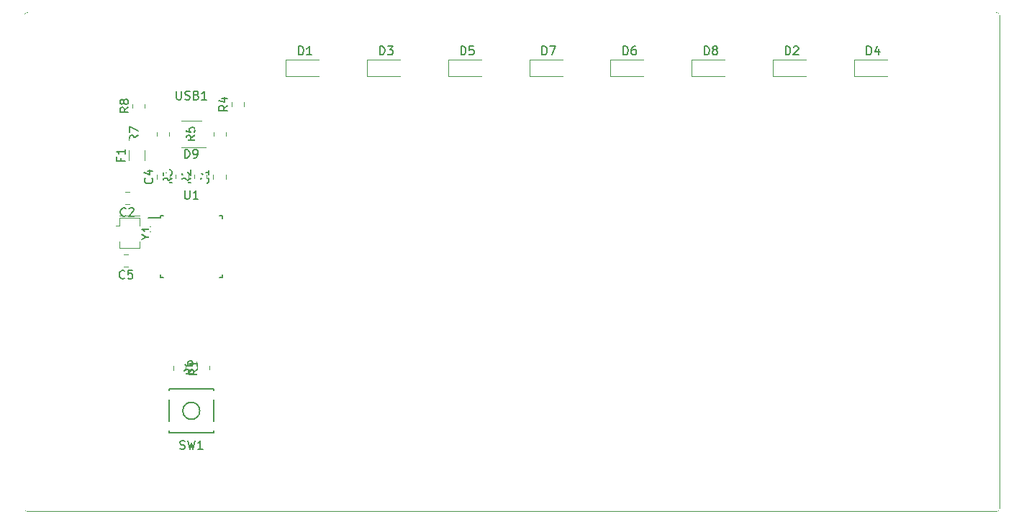
<source format=gbr>
%TF.GenerationSoftware,KiCad,Pcbnew,(5.1.10-1-10_14)*%
%TF.CreationDate,2021-08-27T11:15:07+08:00*%
%TF.ProjectId,SMP v.2,534d5020-762e-4322-9e6b-696361645f70,rev?*%
%TF.SameCoordinates,Original*%
%TF.FileFunction,Legend,Top*%
%TF.FilePolarity,Positive*%
%FSLAX46Y46*%
G04 Gerber Fmt 4.6, Leading zero omitted, Abs format (unit mm)*
G04 Created by KiCad (PCBNEW (5.1.10-1-10_14)) date 2021-08-27 11:15:07*
%MOMM*%
%LPD*%
G01*
G04 APERTURE LIST*
%TA.AperFunction,Profile*%
%ADD10C,0.050000*%
%TD*%
%ADD11C,0.120000*%
%ADD12C,0.150000*%
%ADD13C,0.300000*%
%ADD14C,0.500000*%
%ADD15R,0.600000X1.450000*%
%ADD16R,0.300000X1.450000*%
%ADD17C,0.650000*%
%ADD18O,1.000000X2.100000*%
%ADD19O,1.000000X1.600000*%
%ADD20R,1.400000X1.000000*%
%ADD21R,1.400000X1.200000*%
%ADD22R,0.550000X1.600000*%
%ADD23R,1.600000X0.550000*%
%ADD24R,0.900000X1.200000*%
%ADD25C,1.750000*%
%ADD26C,3.987800*%
%ADD27C,6.400000*%
%ADD28R,1.900000X0.400000*%
%ADD29R,1.800000X1.100000*%
G04 APERTURE END LIST*
D10*
X156052520Y-83629500D02*
G75*
G02*
X155727400Y-83954620I-325120J0D01*
G01*
X155727400Y-25214580D02*
G75*
G02*
X156052520Y-25539700I0J-325120D01*
G01*
X41366440Y-25539700D02*
G75*
G02*
X41691560Y-25214580I325120J0D01*
G01*
X41689020Y-83957160D02*
G75*
G02*
X41363900Y-83632040I0J325120D01*
G01*
X41366440Y-25539700D02*
X41363900Y-83632040D01*
X155727400Y-25214580D02*
X41691560Y-25214580D01*
X156052520Y-83629500D02*
X156052520Y-25539700D01*
X41689020Y-83957160D02*
X155727400Y-83954620D01*
D11*
%TO.C,R8*%
X54029940Y-36437944D02*
X54029940Y-35983816D01*
X55499940Y-36437944D02*
X55499940Y-35983816D01*
%TO.C,R7*%
X56935700Y-39729784D02*
X56935700Y-39275656D01*
X58405700Y-39729784D02*
X58405700Y-39275656D01*
%TO.C,D9*%
X62174180Y-37952720D02*
X59774180Y-37952720D01*
X59774180Y-41052720D02*
X62724180Y-41052720D01*
%TO.C,C2*%
X53697732Y-47803740D02*
X53175228Y-47803740D01*
X53697732Y-46333740D02*
X53175228Y-46333740D01*
D12*
%TO.C,U1*%
X57349180Y-49130800D02*
X57349180Y-49355800D01*
X64599180Y-49130800D02*
X64599180Y-49455800D01*
X64599180Y-56380800D02*
X64599180Y-56055800D01*
X57349180Y-56380800D02*
X57349180Y-56055800D01*
X57349180Y-49130800D02*
X57674180Y-49130800D01*
X57349180Y-56380800D02*
X57674180Y-56380800D01*
X64599180Y-56380800D02*
X64274180Y-56380800D01*
X64599180Y-49130800D02*
X64274180Y-49130800D01*
X57349180Y-49355800D02*
X55924180Y-49355800D01*
D11*
%TO.C,D8*%
X119838350Y-30732220D02*
X123738350Y-30732220D01*
X119838350Y-32732220D02*
X123738350Y-32732220D01*
X119838350Y-30732220D02*
X119838350Y-32732220D01*
%TO.C,D7*%
X100742346Y-30732220D02*
X104642346Y-30732220D01*
X100742346Y-32732220D02*
X104642346Y-32732220D01*
X100742346Y-30732220D02*
X100742346Y-32732220D01*
%TO.C,D6*%
X110290348Y-30732220D02*
X114190348Y-30732220D01*
X110290348Y-32732220D02*
X114190348Y-32732220D01*
X110290348Y-30732220D02*
X110290348Y-32732220D01*
%TO.C,D5*%
X91194344Y-30732220D02*
X95094344Y-30732220D01*
X91194344Y-32732220D02*
X95094344Y-32732220D01*
X91194344Y-30732220D02*
X91194344Y-32732220D01*
%TO.C,D4*%
X138934360Y-30732220D02*
X142834360Y-30732220D01*
X138934360Y-32732220D02*
X142834360Y-32732220D01*
X138934360Y-30732220D02*
X138934360Y-32732220D01*
%TO.C,D3*%
X81646342Y-30732220D02*
X85546342Y-30732220D01*
X81646342Y-32732220D02*
X85546342Y-32732220D01*
X81646342Y-30732220D02*
X81646342Y-32732220D01*
%TO.C,D2*%
X129386352Y-30732220D02*
X133286352Y-30732220D01*
X129386352Y-32732220D02*
X133286352Y-32732220D01*
X129386352Y-30732220D02*
X129386352Y-32732220D01*
%TO.C,D1*%
X72098340Y-30732220D02*
X75998340Y-30732220D01*
X72098340Y-32732220D02*
X75998340Y-32732220D01*
X72098340Y-30732220D02*
X72098340Y-32732220D01*
%TO.C,Y1*%
X52915920Y-49154180D02*
X52515920Y-49154180D01*
X52915920Y-49354180D02*
X52515920Y-49354180D01*
X52915920Y-52954180D02*
X52515920Y-52954180D01*
X54915920Y-49154180D02*
X52915920Y-49154180D01*
X52515920Y-50354180D02*
X52115920Y-50354180D01*
X52515920Y-50354180D02*
X52515920Y-49354180D01*
X52915920Y-49354180D02*
X54915920Y-49354180D01*
X54915920Y-49354180D02*
X54915920Y-50354180D01*
X54915920Y-52154180D02*
X54915920Y-52954180D01*
X54915920Y-52954180D02*
X52915920Y-52954180D01*
X52515920Y-52954180D02*
X52515920Y-52154180D01*
D12*
%TO.C,SW1*%
X61974180Y-72118220D02*
G75*
G03*
X61974180Y-72118220I-1000000J0D01*
G01*
X58374180Y-74718220D02*
X58374180Y-69518220D01*
X63574180Y-74718220D02*
X58374180Y-74718220D01*
X63574180Y-69518220D02*
X63574180Y-74718220D01*
X58374180Y-69518220D02*
X63574180Y-69518220D01*
D11*
%TO.C,R6*%
X63097080Y-67277984D02*
X63097080Y-66823856D01*
X61627080Y-67277984D02*
X61627080Y-66823856D01*
%TO.C,R5*%
X65070660Y-39729784D02*
X65070660Y-39275656D01*
X63600660Y-39729784D02*
X63600660Y-39275656D01*
%TO.C,R4*%
X67176320Y-36229664D02*
X67176320Y-35775536D01*
X65706320Y-36229664D02*
X65706320Y-35775536D01*
%TO.C,R3*%
X60615500Y-44751364D02*
X60615500Y-44297236D01*
X59145500Y-44751364D02*
X59145500Y-44297236D01*
%TO.C,R2*%
X62810060Y-44751364D02*
X62810060Y-44297236D01*
X61340060Y-44751364D02*
X61340060Y-44297236D01*
%TO.C,R1*%
X58861680Y-66852096D02*
X58861680Y-67306224D01*
X60331680Y-66852096D02*
X60331680Y-67306224D01*
%TO.C,F1*%
X55453960Y-42628904D02*
X55453960Y-41424776D01*
X53633960Y-42628904D02*
X53633960Y-41424776D01*
%TO.C,C5*%
X53550412Y-53694660D02*
X53027908Y-53694660D01*
X53550412Y-55164660D02*
X53027908Y-55164660D01*
%TO.C,C4*%
X58418400Y-44802652D02*
X58418400Y-44280148D01*
X56948400Y-44802652D02*
X56948400Y-44280148D01*
%TO.C,C1*%
X65022400Y-44802652D02*
X65022400Y-44280148D01*
X63552400Y-44802652D02*
X63552400Y-44280148D01*
%TD*%
%TO.C,USB1*%
D12*
X59236084Y-34469940D02*
X59236084Y-35279464D01*
X59283703Y-35374702D01*
X59331322Y-35422321D01*
X59426560Y-35469940D01*
X59617037Y-35469940D01*
X59712275Y-35422321D01*
X59759894Y-35374702D01*
X59807513Y-35279464D01*
X59807513Y-34469940D01*
X60236084Y-35422321D02*
X60378941Y-35469940D01*
X60617037Y-35469940D01*
X60712275Y-35422321D01*
X60759894Y-35374702D01*
X60807513Y-35279464D01*
X60807513Y-35184226D01*
X60759894Y-35088988D01*
X60712275Y-35041369D01*
X60617037Y-34993750D01*
X60426560Y-34946131D01*
X60331322Y-34898512D01*
X60283703Y-34850893D01*
X60236084Y-34755655D01*
X60236084Y-34660417D01*
X60283703Y-34565179D01*
X60331322Y-34517560D01*
X60426560Y-34469940D01*
X60664656Y-34469940D01*
X60807513Y-34517560D01*
X61569418Y-34946131D02*
X61712275Y-34993750D01*
X61759894Y-35041369D01*
X61807513Y-35136607D01*
X61807513Y-35279464D01*
X61759894Y-35374702D01*
X61712275Y-35422321D01*
X61617037Y-35469940D01*
X61236084Y-35469940D01*
X61236084Y-34469940D01*
X61569418Y-34469940D01*
X61664656Y-34517560D01*
X61712275Y-34565179D01*
X61759894Y-34660417D01*
X61759894Y-34755655D01*
X61712275Y-34850893D01*
X61664656Y-34898512D01*
X61569418Y-34946131D01*
X61236084Y-34946131D01*
X62759894Y-35469940D02*
X62188465Y-35469940D01*
X62474180Y-35469940D02*
X62474180Y-34469940D01*
X62378941Y-34612798D01*
X62283703Y-34708036D01*
X62188465Y-34755655D01*
%TO.C,R8*%
X53567320Y-36377546D02*
X53091130Y-36710880D01*
X53567320Y-36948975D02*
X52567320Y-36948975D01*
X52567320Y-36568022D01*
X52614940Y-36472784D01*
X52662559Y-36425165D01*
X52757797Y-36377546D01*
X52900654Y-36377546D01*
X52995892Y-36425165D01*
X53043511Y-36472784D01*
X53091130Y-36568022D01*
X53091130Y-36948975D01*
X52995892Y-35806118D02*
X52948273Y-35901356D01*
X52900654Y-35948975D01*
X52805416Y-35996594D01*
X52757797Y-35996594D01*
X52662559Y-35948975D01*
X52614940Y-35901356D01*
X52567320Y-35806118D01*
X52567320Y-35615641D01*
X52614940Y-35520403D01*
X52662559Y-35472784D01*
X52757797Y-35425165D01*
X52805416Y-35425165D01*
X52900654Y-35472784D01*
X52948273Y-35520403D01*
X52995892Y-35615641D01*
X52995892Y-35806118D01*
X53043511Y-35901356D01*
X53091130Y-35948975D01*
X53186368Y-35996594D01*
X53376844Y-35996594D01*
X53472082Y-35948975D01*
X53519701Y-35901356D01*
X53567320Y-35806118D01*
X53567320Y-35615641D01*
X53519701Y-35520403D01*
X53472082Y-35472784D01*
X53376844Y-35425165D01*
X53186368Y-35425165D01*
X53091130Y-35472784D01*
X53043511Y-35520403D01*
X52995892Y-35615641D01*
%TO.C,R7*%
X54706800Y-39669386D02*
X54230610Y-40002720D01*
X54706800Y-40240815D02*
X53706800Y-40240815D01*
X53706800Y-39859862D01*
X53754420Y-39764624D01*
X53802039Y-39717005D01*
X53897277Y-39669386D01*
X54040134Y-39669386D01*
X54135372Y-39717005D01*
X54182991Y-39764624D01*
X54230610Y-39859862D01*
X54230610Y-40240815D01*
X53706800Y-39336053D02*
X53706800Y-38669386D01*
X54706800Y-39097958D01*
%TO.C,D9*%
X60216084Y-42335100D02*
X60216084Y-41335100D01*
X60454180Y-41335100D01*
X60597037Y-41382720D01*
X60692275Y-41477958D01*
X60739894Y-41573196D01*
X60787513Y-41763672D01*
X60787513Y-41906529D01*
X60739894Y-42097005D01*
X60692275Y-42192243D01*
X60597037Y-42287481D01*
X60454180Y-42335100D01*
X60216084Y-42335100D01*
X61263703Y-42335100D02*
X61454180Y-42335100D01*
X61549418Y-42287481D01*
X61597037Y-42239862D01*
X61692275Y-42097005D01*
X61739894Y-41906529D01*
X61739894Y-41525577D01*
X61692275Y-41430339D01*
X61644656Y-41382720D01*
X61549418Y-41335100D01*
X61358941Y-41335100D01*
X61263703Y-41382720D01*
X61216084Y-41430339D01*
X61168465Y-41525577D01*
X61168465Y-41763672D01*
X61216084Y-41858910D01*
X61263703Y-41906529D01*
X61358941Y-41954148D01*
X61549418Y-41954148D01*
X61644656Y-41906529D01*
X61692275Y-41858910D01*
X61739894Y-41763672D01*
%TO.C,C2*%
X53269813Y-49105882D02*
X53222194Y-49153501D01*
X53079337Y-49201120D01*
X52984099Y-49201120D01*
X52841241Y-49153501D01*
X52746003Y-49058263D01*
X52698384Y-48963025D01*
X52650765Y-48772549D01*
X52650765Y-48629692D01*
X52698384Y-48439216D01*
X52746003Y-48343978D01*
X52841241Y-48248740D01*
X52984099Y-48201120D01*
X53079337Y-48201120D01*
X53222194Y-48248740D01*
X53269813Y-48296359D01*
X53650765Y-48296359D02*
X53698384Y-48248740D01*
X53793622Y-48201120D01*
X54031718Y-48201120D01*
X54126956Y-48248740D01*
X54174575Y-48296359D01*
X54222194Y-48391597D01*
X54222194Y-48486835D01*
X54174575Y-48629692D01*
X53603146Y-49201120D01*
X54222194Y-49201120D01*
%TO.C,U1*%
X60212275Y-46158180D02*
X60212275Y-46967704D01*
X60259894Y-47062942D01*
X60307513Y-47110561D01*
X60402751Y-47158180D01*
X60593227Y-47158180D01*
X60688465Y-47110561D01*
X60736084Y-47062942D01*
X60783703Y-46967704D01*
X60783703Y-46158180D01*
X61783703Y-47158180D02*
X61212275Y-47158180D01*
X61497989Y-47158180D02*
X61497989Y-46158180D01*
X61402751Y-46301038D01*
X61307513Y-46396276D01*
X61212275Y-46443895D01*
%TO.C,D8*%
X121350254Y-30184600D02*
X121350254Y-29184600D01*
X121588350Y-29184600D01*
X121731207Y-29232220D01*
X121826445Y-29327458D01*
X121874064Y-29422696D01*
X121921683Y-29613172D01*
X121921683Y-29756029D01*
X121874064Y-29946505D01*
X121826445Y-30041743D01*
X121731207Y-30136981D01*
X121588350Y-30184600D01*
X121350254Y-30184600D01*
X122493111Y-29613172D02*
X122397873Y-29565553D01*
X122350254Y-29517934D01*
X122302635Y-29422696D01*
X122302635Y-29375077D01*
X122350254Y-29279839D01*
X122397873Y-29232220D01*
X122493111Y-29184600D01*
X122683588Y-29184600D01*
X122778826Y-29232220D01*
X122826445Y-29279839D01*
X122874064Y-29375077D01*
X122874064Y-29422696D01*
X122826445Y-29517934D01*
X122778826Y-29565553D01*
X122683588Y-29613172D01*
X122493111Y-29613172D01*
X122397873Y-29660791D01*
X122350254Y-29708410D01*
X122302635Y-29803648D01*
X122302635Y-29994124D01*
X122350254Y-30089362D01*
X122397873Y-30136981D01*
X122493111Y-30184600D01*
X122683588Y-30184600D01*
X122778826Y-30136981D01*
X122826445Y-30089362D01*
X122874064Y-29994124D01*
X122874064Y-29803648D01*
X122826445Y-29708410D01*
X122778826Y-29660791D01*
X122683588Y-29613172D01*
%TO.C,D7*%
X102254250Y-30184600D02*
X102254250Y-29184600D01*
X102492346Y-29184600D01*
X102635203Y-29232220D01*
X102730441Y-29327458D01*
X102778060Y-29422696D01*
X102825679Y-29613172D01*
X102825679Y-29756029D01*
X102778060Y-29946505D01*
X102730441Y-30041743D01*
X102635203Y-30136981D01*
X102492346Y-30184600D01*
X102254250Y-30184600D01*
X103159012Y-29184600D02*
X103825679Y-29184600D01*
X103397107Y-30184600D01*
%TO.C,D6*%
X111802252Y-30184600D02*
X111802252Y-29184600D01*
X112040348Y-29184600D01*
X112183205Y-29232220D01*
X112278443Y-29327458D01*
X112326062Y-29422696D01*
X112373681Y-29613172D01*
X112373681Y-29756029D01*
X112326062Y-29946505D01*
X112278443Y-30041743D01*
X112183205Y-30136981D01*
X112040348Y-30184600D01*
X111802252Y-30184600D01*
X113230824Y-29184600D02*
X113040348Y-29184600D01*
X112945109Y-29232220D01*
X112897490Y-29279839D01*
X112802252Y-29422696D01*
X112754633Y-29613172D01*
X112754633Y-29994124D01*
X112802252Y-30089362D01*
X112849871Y-30136981D01*
X112945109Y-30184600D01*
X113135586Y-30184600D01*
X113230824Y-30136981D01*
X113278443Y-30089362D01*
X113326062Y-29994124D01*
X113326062Y-29756029D01*
X113278443Y-29660791D01*
X113230824Y-29613172D01*
X113135586Y-29565553D01*
X112945109Y-29565553D01*
X112849871Y-29613172D01*
X112802252Y-29660791D01*
X112754633Y-29756029D01*
%TO.C,D5*%
X92706248Y-30184600D02*
X92706248Y-29184600D01*
X92944344Y-29184600D01*
X93087201Y-29232220D01*
X93182439Y-29327458D01*
X93230058Y-29422696D01*
X93277677Y-29613172D01*
X93277677Y-29756029D01*
X93230058Y-29946505D01*
X93182439Y-30041743D01*
X93087201Y-30136981D01*
X92944344Y-30184600D01*
X92706248Y-30184600D01*
X94182439Y-29184600D02*
X93706248Y-29184600D01*
X93658629Y-29660791D01*
X93706248Y-29613172D01*
X93801486Y-29565553D01*
X94039582Y-29565553D01*
X94134820Y-29613172D01*
X94182439Y-29660791D01*
X94230058Y-29756029D01*
X94230058Y-29994124D01*
X94182439Y-30089362D01*
X94134820Y-30136981D01*
X94039582Y-30184600D01*
X93801486Y-30184600D01*
X93706248Y-30136981D01*
X93658629Y-30089362D01*
%TO.C,D4*%
X140446264Y-30184600D02*
X140446264Y-29184600D01*
X140684360Y-29184600D01*
X140827217Y-29232220D01*
X140922455Y-29327458D01*
X140970074Y-29422696D01*
X141017693Y-29613172D01*
X141017693Y-29756029D01*
X140970074Y-29946505D01*
X140922455Y-30041743D01*
X140827217Y-30136981D01*
X140684360Y-30184600D01*
X140446264Y-30184600D01*
X141874836Y-29517934D02*
X141874836Y-30184600D01*
X141636740Y-29136981D02*
X141398645Y-29851267D01*
X142017693Y-29851267D01*
%TO.C,D3*%
X83158246Y-30184600D02*
X83158246Y-29184600D01*
X83396342Y-29184600D01*
X83539199Y-29232220D01*
X83634437Y-29327458D01*
X83682056Y-29422696D01*
X83729675Y-29613172D01*
X83729675Y-29756029D01*
X83682056Y-29946505D01*
X83634437Y-30041743D01*
X83539199Y-30136981D01*
X83396342Y-30184600D01*
X83158246Y-30184600D01*
X84063008Y-29184600D02*
X84682056Y-29184600D01*
X84348722Y-29565553D01*
X84491580Y-29565553D01*
X84586818Y-29613172D01*
X84634437Y-29660791D01*
X84682056Y-29756029D01*
X84682056Y-29994124D01*
X84634437Y-30089362D01*
X84586818Y-30136981D01*
X84491580Y-30184600D01*
X84205865Y-30184600D01*
X84110627Y-30136981D01*
X84063008Y-30089362D01*
%TO.C,D2*%
X130898256Y-30184600D02*
X130898256Y-29184600D01*
X131136352Y-29184600D01*
X131279209Y-29232220D01*
X131374447Y-29327458D01*
X131422066Y-29422696D01*
X131469685Y-29613172D01*
X131469685Y-29756029D01*
X131422066Y-29946505D01*
X131374447Y-30041743D01*
X131279209Y-30136981D01*
X131136352Y-30184600D01*
X130898256Y-30184600D01*
X131850637Y-29279839D02*
X131898256Y-29232220D01*
X131993494Y-29184600D01*
X132231590Y-29184600D01*
X132326828Y-29232220D01*
X132374447Y-29279839D01*
X132422066Y-29375077D01*
X132422066Y-29470315D01*
X132374447Y-29613172D01*
X131803018Y-30184600D01*
X132422066Y-30184600D01*
%TO.C,D1*%
X73610244Y-30184600D02*
X73610244Y-29184600D01*
X73848340Y-29184600D01*
X73991197Y-29232220D01*
X74086435Y-29327458D01*
X74134054Y-29422696D01*
X74181673Y-29613172D01*
X74181673Y-29756029D01*
X74134054Y-29946505D01*
X74086435Y-30041743D01*
X73991197Y-30136981D01*
X73848340Y-30184600D01*
X73610244Y-30184600D01*
X75134054Y-30184600D02*
X74562625Y-30184600D01*
X74848340Y-30184600D02*
X74848340Y-29184600D01*
X74753101Y-29327458D01*
X74657863Y-29422696D01*
X74562625Y-29470315D01*
%TO.C,Y1*%
X55692110Y-51630370D02*
X56168300Y-51630370D01*
X55168300Y-51963703D02*
X55692110Y-51630370D01*
X55168300Y-51297037D01*
X56168300Y-50439894D02*
X56168300Y-51011322D01*
X56168300Y-50725608D02*
X55168300Y-50725608D01*
X55311158Y-50820846D01*
X55406396Y-50916084D01*
X55454015Y-51011322D01*
%TO.C,SW1*%
X59640846Y-76586981D02*
X59783703Y-76634600D01*
X60021799Y-76634600D01*
X60117037Y-76586981D01*
X60164656Y-76539362D01*
X60212275Y-76444124D01*
X60212275Y-76348886D01*
X60164656Y-76253648D01*
X60117037Y-76206029D01*
X60021799Y-76158410D01*
X59831322Y-76110791D01*
X59736084Y-76063172D01*
X59688465Y-76015553D01*
X59640846Y-75920315D01*
X59640846Y-75825077D01*
X59688465Y-75729839D01*
X59736084Y-75682220D01*
X59831322Y-75634600D01*
X60069418Y-75634600D01*
X60212275Y-75682220D01*
X60545608Y-75634600D02*
X60783703Y-76634600D01*
X60974180Y-75920315D01*
X61164656Y-76634600D01*
X61402751Y-75634600D01*
X62307513Y-76634600D02*
X61736084Y-76634600D01*
X62021799Y-76634600D02*
X62021799Y-75634600D01*
X61926560Y-75777458D01*
X61831322Y-75872696D01*
X61736084Y-75920315D01*
%TO.C,R6*%
X61164460Y-67217586D02*
X60688270Y-67550920D01*
X61164460Y-67789015D02*
X60164460Y-67789015D01*
X60164460Y-67408062D01*
X60212080Y-67312824D01*
X60259699Y-67265205D01*
X60354937Y-67217586D01*
X60497794Y-67217586D01*
X60593032Y-67265205D01*
X60640651Y-67312824D01*
X60688270Y-67408062D01*
X60688270Y-67789015D01*
X60164460Y-66360443D02*
X60164460Y-66550920D01*
X60212080Y-66646158D01*
X60259699Y-66693777D01*
X60402556Y-66789015D01*
X60593032Y-66836634D01*
X60973984Y-66836634D01*
X61069222Y-66789015D01*
X61116841Y-66741396D01*
X61164460Y-66646158D01*
X61164460Y-66455681D01*
X61116841Y-66360443D01*
X61069222Y-66312824D01*
X60973984Y-66265205D01*
X60735889Y-66265205D01*
X60640651Y-66312824D01*
X60593032Y-66360443D01*
X60545413Y-66455681D01*
X60545413Y-66646158D01*
X60593032Y-66741396D01*
X60640651Y-66789015D01*
X60735889Y-66836634D01*
%TO.C,R5*%
X61388060Y-39669386D02*
X60911870Y-40002720D01*
X61388060Y-40240815D02*
X60388060Y-40240815D01*
X60388060Y-39859862D01*
X60435680Y-39764624D01*
X60483299Y-39717005D01*
X60578537Y-39669386D01*
X60721394Y-39669386D01*
X60816632Y-39717005D01*
X60864251Y-39764624D01*
X60911870Y-39859862D01*
X60911870Y-40240815D01*
X60388060Y-38764624D02*
X60388060Y-39240815D01*
X60864251Y-39288434D01*
X60816632Y-39240815D01*
X60769013Y-39145577D01*
X60769013Y-38907481D01*
X60816632Y-38812243D01*
X60864251Y-38764624D01*
X60959489Y-38717005D01*
X61197584Y-38717005D01*
X61292822Y-38764624D01*
X61340441Y-38812243D01*
X61388060Y-38907481D01*
X61388060Y-39145577D01*
X61340441Y-39240815D01*
X61292822Y-39288434D01*
%TO.C,R4*%
X65243700Y-36169266D02*
X64767510Y-36502600D01*
X65243700Y-36740695D02*
X64243700Y-36740695D01*
X64243700Y-36359742D01*
X64291320Y-36264504D01*
X64338939Y-36216885D01*
X64434177Y-36169266D01*
X64577034Y-36169266D01*
X64672272Y-36216885D01*
X64719891Y-36264504D01*
X64767510Y-36359742D01*
X64767510Y-36740695D01*
X64577034Y-35312123D02*
X65243700Y-35312123D01*
X64196081Y-35550219D02*
X64910367Y-35788314D01*
X64910367Y-35169266D01*
%TO.C,R3*%
X58682880Y-44690966D02*
X58206690Y-45024300D01*
X58682880Y-45262395D02*
X57682880Y-45262395D01*
X57682880Y-44881442D01*
X57730500Y-44786204D01*
X57778119Y-44738585D01*
X57873357Y-44690966D01*
X58016214Y-44690966D01*
X58111452Y-44738585D01*
X58159071Y-44786204D01*
X58206690Y-44881442D01*
X58206690Y-45262395D01*
X57682880Y-44357633D02*
X57682880Y-43738585D01*
X58063833Y-44071919D01*
X58063833Y-43929061D01*
X58111452Y-43833823D01*
X58159071Y-43786204D01*
X58254309Y-43738585D01*
X58492404Y-43738585D01*
X58587642Y-43786204D01*
X58635261Y-43833823D01*
X58682880Y-43929061D01*
X58682880Y-44214776D01*
X58635261Y-44310014D01*
X58587642Y-44357633D01*
%TO.C,R2*%
X60877440Y-44690966D02*
X60401250Y-45024300D01*
X60877440Y-45262395D02*
X59877440Y-45262395D01*
X59877440Y-44881442D01*
X59925060Y-44786204D01*
X59972679Y-44738585D01*
X60067917Y-44690966D01*
X60210774Y-44690966D01*
X60306012Y-44738585D01*
X60353631Y-44786204D01*
X60401250Y-44881442D01*
X60401250Y-45262395D01*
X59972679Y-44310014D02*
X59925060Y-44262395D01*
X59877440Y-44167157D01*
X59877440Y-43929061D01*
X59925060Y-43833823D01*
X59972679Y-43786204D01*
X60067917Y-43738585D01*
X60163155Y-43738585D01*
X60306012Y-43786204D01*
X60877440Y-44357633D01*
X60877440Y-43738585D01*
%TO.C,R1*%
X61699060Y-67245826D02*
X61222870Y-67579160D01*
X61699060Y-67817255D02*
X60699060Y-67817255D01*
X60699060Y-67436302D01*
X60746680Y-67341064D01*
X60794299Y-67293445D01*
X60889537Y-67245826D01*
X61032394Y-67245826D01*
X61127632Y-67293445D01*
X61175251Y-67341064D01*
X61222870Y-67436302D01*
X61222870Y-67817255D01*
X61699060Y-66293445D02*
X61699060Y-66864874D01*
X61699060Y-66579160D02*
X60699060Y-66579160D01*
X60841918Y-66674398D01*
X60937156Y-66769636D01*
X60984775Y-66864874D01*
%TO.C,F1*%
X52652531Y-42360173D02*
X52652531Y-42693506D01*
X53176340Y-42693506D02*
X52176340Y-42693506D01*
X52176340Y-42217316D01*
X53176340Y-41312554D02*
X53176340Y-41883982D01*
X53176340Y-41598268D02*
X52176340Y-41598268D01*
X52319198Y-41693506D01*
X52414436Y-41788744D01*
X52462055Y-41883982D01*
%TO.C,C5*%
X53122493Y-56466802D02*
X53074874Y-56514421D01*
X52932017Y-56562040D01*
X52836779Y-56562040D01*
X52693921Y-56514421D01*
X52598683Y-56419183D01*
X52551064Y-56323945D01*
X52503445Y-56133469D01*
X52503445Y-55990612D01*
X52551064Y-55800136D01*
X52598683Y-55704898D01*
X52693921Y-55609660D01*
X52836779Y-55562040D01*
X52932017Y-55562040D01*
X53074874Y-55609660D01*
X53122493Y-55657279D01*
X54027255Y-55562040D02*
X53551064Y-55562040D01*
X53503445Y-56038231D01*
X53551064Y-55990612D01*
X53646302Y-55942993D01*
X53884398Y-55942993D01*
X53979636Y-55990612D01*
X54027255Y-56038231D01*
X54074874Y-56133469D01*
X54074874Y-56371564D01*
X54027255Y-56466802D01*
X53979636Y-56514421D01*
X53884398Y-56562040D01*
X53646302Y-56562040D01*
X53551064Y-56514421D01*
X53503445Y-56466802D01*
%TO.C,C4*%
X56360542Y-44708066D02*
X56408161Y-44755685D01*
X56455780Y-44898542D01*
X56455780Y-44993780D01*
X56408161Y-45136638D01*
X56312923Y-45231876D01*
X56217685Y-45279495D01*
X56027209Y-45327114D01*
X55884352Y-45327114D01*
X55693876Y-45279495D01*
X55598638Y-45231876D01*
X55503400Y-45136638D01*
X55455780Y-44993780D01*
X55455780Y-44898542D01*
X55503400Y-44755685D01*
X55551019Y-44708066D01*
X55789114Y-43850923D02*
X56455780Y-43850923D01*
X55408161Y-44089019D02*
X56122447Y-44327114D01*
X56122447Y-43708066D01*
%TO.C,C1*%
X62964542Y-44708066D02*
X63012161Y-44755685D01*
X63059780Y-44898542D01*
X63059780Y-44993780D01*
X63012161Y-45136638D01*
X62916923Y-45231876D01*
X62821685Y-45279495D01*
X62631209Y-45327114D01*
X62488352Y-45327114D01*
X62297876Y-45279495D01*
X62202638Y-45231876D01*
X62107400Y-45136638D01*
X62059780Y-44993780D01*
X62059780Y-44898542D01*
X62107400Y-44755685D01*
X62155019Y-44708066D01*
X63059780Y-43755685D02*
X63059780Y-44327114D01*
X63059780Y-44041400D02*
X62059780Y-44041400D01*
X62202638Y-44136638D01*
X62297876Y-44231876D01*
X62345495Y-44327114D01*
%TD*%
%LPC*%
D13*
X105205145Y-76080702D02*
X105419431Y-76152131D01*
X105776574Y-76152131D01*
X105919431Y-76080702D01*
X105990860Y-76009274D01*
X106062288Y-75866417D01*
X106062288Y-75723560D01*
X105990860Y-75580702D01*
X105919431Y-75509274D01*
X105776574Y-75437845D01*
X105490860Y-75366417D01*
X105348002Y-75294988D01*
X105276574Y-75223560D01*
X105205145Y-75080702D01*
X105205145Y-74937845D01*
X105276574Y-74794988D01*
X105348002Y-74723560D01*
X105490860Y-74652131D01*
X105848002Y-74652131D01*
X106062288Y-74723560D01*
X106705145Y-76152131D02*
X106705145Y-75152131D01*
X106705145Y-74652131D02*
X106633717Y-74723560D01*
X106705145Y-74794988D01*
X106776574Y-74723560D01*
X106705145Y-74652131D01*
X106705145Y-74794988D01*
X107419431Y-76152131D02*
X107419431Y-75152131D01*
X107419431Y-75294988D02*
X107490860Y-75223560D01*
X107633717Y-75152131D01*
X107848002Y-75152131D01*
X107990860Y-75223560D01*
X108062288Y-75366417D01*
X108062288Y-76152131D01*
X108062288Y-75366417D02*
X108133717Y-75223560D01*
X108276574Y-75152131D01*
X108490860Y-75152131D01*
X108633717Y-75223560D01*
X108705145Y-75366417D01*
X108705145Y-76152131D01*
X109419431Y-75152131D02*
X109419431Y-76652131D01*
X109419431Y-75223560D02*
X109562288Y-75152131D01*
X109848002Y-75152131D01*
X109990860Y-75223560D01*
X110062288Y-75294988D01*
X110133717Y-75437845D01*
X110133717Y-75866417D01*
X110062288Y-76009274D01*
X109990860Y-76080702D01*
X109848002Y-76152131D01*
X109562288Y-76152131D01*
X109419431Y-76080702D01*
X110990860Y-76152131D02*
X110848002Y-76080702D01*
X110776574Y-75937845D01*
X110776574Y-74652131D01*
X112133717Y-76080702D02*
X111990860Y-76152131D01*
X111705145Y-76152131D01*
X111562288Y-76080702D01*
X111490860Y-75937845D01*
X111490860Y-75366417D01*
X111562288Y-75223560D01*
X111705145Y-75152131D01*
X111990860Y-75152131D01*
X112133717Y-75223560D01*
X112205145Y-75366417D01*
X112205145Y-75509274D01*
X111490860Y-75652131D01*
X113990860Y-76152131D02*
X113990860Y-74652131D01*
X114490860Y-75723560D01*
X114990860Y-74652131D01*
X114990860Y-76152131D01*
X116348002Y-76152131D02*
X116348002Y-75366417D01*
X116276574Y-75223560D01*
X116133717Y-75152131D01*
X115848002Y-75152131D01*
X115705145Y-75223560D01*
X116348002Y-76080702D02*
X116205145Y-76152131D01*
X115848002Y-76152131D01*
X115705145Y-76080702D01*
X115633717Y-75937845D01*
X115633717Y-75794988D01*
X115705145Y-75652131D01*
X115848002Y-75580702D01*
X116205145Y-75580702D01*
X116348002Y-75509274D01*
X117705145Y-76080702D02*
X117562288Y-76152131D01*
X117276574Y-76152131D01*
X117133717Y-76080702D01*
X117062288Y-76009274D01*
X116990860Y-75866417D01*
X116990860Y-75437845D01*
X117062288Y-75294988D01*
X117133717Y-75223560D01*
X117276574Y-75152131D01*
X117562288Y-75152131D01*
X117705145Y-75223560D01*
X118348002Y-76152131D02*
X118348002Y-75152131D01*
X118348002Y-75437845D02*
X118419431Y-75294988D01*
X118490860Y-75223560D01*
X118633717Y-75152131D01*
X118776574Y-75152131D01*
X119490860Y-76152131D02*
X119348002Y-76080702D01*
X119276574Y-76009274D01*
X119205145Y-75866417D01*
X119205145Y-75437845D01*
X119276574Y-75294988D01*
X119348002Y-75223560D01*
X119490860Y-75152131D01*
X119705145Y-75152131D01*
X119848002Y-75223560D01*
X119919431Y-75294988D01*
X119990860Y-75437845D01*
X119990860Y-75866417D01*
X119919431Y-76009274D01*
X119848002Y-76080702D01*
X119705145Y-76152131D01*
X119490860Y-76152131D01*
X120633717Y-75152131D02*
X120633717Y-76652131D01*
X120633717Y-75223560D02*
X120776574Y-75152131D01*
X121062288Y-75152131D01*
X121205145Y-75223560D01*
X121276574Y-75294988D01*
X121348002Y-75437845D01*
X121348002Y-75866417D01*
X121276574Y-76009274D01*
X121205145Y-76080702D01*
X121062288Y-76152131D01*
X120776574Y-76152131D01*
X120633717Y-76080702D01*
X122633717Y-76152131D02*
X122633717Y-75366417D01*
X122562288Y-75223560D01*
X122419431Y-75152131D01*
X122133717Y-75152131D01*
X121990860Y-75223560D01*
X122633717Y-76080702D02*
X122490860Y-76152131D01*
X122133717Y-76152131D01*
X121990860Y-76080702D01*
X121919431Y-75937845D01*
X121919431Y-75794988D01*
X121990860Y-75652131D01*
X122133717Y-75580702D01*
X122490860Y-75580702D01*
X122633717Y-75509274D01*
X123990860Y-76152131D02*
X123990860Y-74652131D01*
X123990860Y-76080702D02*
X123848002Y-76152131D01*
X123562288Y-76152131D01*
X123419431Y-76080702D01*
X123348002Y-76009274D01*
X123276574Y-75866417D01*
X123276574Y-75437845D01*
X123348002Y-75294988D01*
X123419431Y-75223560D01*
X123562288Y-75152131D01*
X123848002Y-75152131D01*
X123990860Y-75223560D01*
X125633717Y-74652131D02*
X126133717Y-76152131D01*
X126633717Y-74652131D01*
X127133717Y-76009274D02*
X127205145Y-76080702D01*
X127133717Y-76152131D01*
X127062288Y-76080702D01*
X127133717Y-76009274D01*
X127133717Y-76152131D01*
X127705145Y-74652131D02*
X128633717Y-74652131D01*
X128133717Y-75223560D01*
X128348002Y-75223560D01*
X128490860Y-75294988D01*
X128562288Y-75366417D01*
X128633717Y-75509274D01*
X128633717Y-75866417D01*
X128562288Y-76009274D01*
X128490860Y-76080702D01*
X128348002Y-76152131D01*
X127919431Y-76152131D01*
X127776574Y-76080702D01*
X127705145Y-76009274D01*
X129276574Y-76009274D02*
X129348002Y-76080702D01*
X129276574Y-76152131D01*
X129205145Y-76080702D01*
X129276574Y-76009274D01*
X129276574Y-76152131D01*
X130776574Y-76152131D02*
X129919431Y-76152131D01*
X130348002Y-76152131D02*
X130348002Y-74652131D01*
X130205145Y-74866417D01*
X130062288Y-75009274D01*
X129919431Y-75080702D01*
X132562288Y-76152131D02*
X132562288Y-74652131D01*
X132562288Y-75223560D02*
X132705145Y-75152131D01*
X132990860Y-75152131D01*
X133133717Y-75223560D01*
X133205145Y-75294988D01*
X133276574Y-75437845D01*
X133276574Y-75866417D01*
X133205145Y-76009274D01*
X133133717Y-76080702D01*
X132990860Y-76152131D01*
X132705145Y-76152131D01*
X132562288Y-76080702D01*
X133776574Y-75152131D02*
X134133717Y-76152131D01*
X134490860Y-75152131D02*
X134133717Y-76152131D01*
X133990860Y-76509274D01*
X133919431Y-76580702D01*
X133776574Y-76652131D01*
X136419431Y-75294988D02*
X136276574Y-75223560D01*
X136205145Y-75152131D01*
X136133717Y-75009274D01*
X136133717Y-74937845D01*
X136205145Y-74794988D01*
X136276574Y-74723560D01*
X136419431Y-74652131D01*
X136705145Y-74652131D01*
X136848002Y-74723560D01*
X136919431Y-74794988D01*
X136990860Y-74937845D01*
X136990860Y-75009274D01*
X136919431Y-75152131D01*
X136848002Y-75223560D01*
X136705145Y-75294988D01*
X136419431Y-75294988D01*
X136276574Y-75366417D01*
X136205145Y-75437845D01*
X136133717Y-75580702D01*
X136133717Y-75866417D01*
X136205145Y-76009274D01*
X136276574Y-76080702D01*
X136419431Y-76152131D01*
X136705145Y-76152131D01*
X136848002Y-76080702D01*
X136919431Y-76009274D01*
X136990860Y-75866417D01*
X136990860Y-75580702D01*
X136919431Y-75437845D01*
X136848002Y-75366417D01*
X136705145Y-75294988D01*
X137276574Y-76294988D02*
X138419431Y-76294988D01*
X138776574Y-76152131D02*
X138776574Y-74652131D01*
X139419431Y-76152131D02*
X139419431Y-75366417D01*
X139348002Y-75223560D01*
X139205145Y-75152131D01*
X138990860Y-75152131D01*
X138848002Y-75223560D01*
X138776574Y-75294988D01*
X140776574Y-76152131D02*
X140776574Y-75366417D01*
X140705145Y-75223560D01*
X140562288Y-75152131D01*
X140276574Y-75152131D01*
X140133717Y-75223560D01*
X140776574Y-76080702D02*
X140633717Y-76152131D01*
X140276574Y-76152131D01*
X140133717Y-76080702D01*
X140062288Y-75937845D01*
X140062288Y-75794988D01*
X140133717Y-75652131D01*
X140276574Y-75580702D01*
X140633717Y-75580702D01*
X140776574Y-75509274D01*
X141490860Y-75152131D02*
X141490860Y-76152131D01*
X141490860Y-75294988D02*
X141562288Y-75223560D01*
X141705145Y-75152131D01*
X141919431Y-75152131D01*
X142062288Y-75223560D01*
X142133717Y-75366417D01*
X142133717Y-76152131D01*
X143490860Y-76152131D02*
X143490860Y-74652131D01*
X143490860Y-76080702D02*
X143348002Y-76152131D01*
X143062288Y-76152131D01*
X142919431Y-76080702D01*
X142848002Y-76009274D01*
X142776574Y-75866417D01*
X142776574Y-75437845D01*
X142848002Y-75294988D01*
X142919431Y-75223560D01*
X143062288Y-75152131D01*
X143348002Y-75152131D01*
X143490860Y-75223560D01*
X144133717Y-76080702D02*
X144276574Y-76152131D01*
X144562288Y-76152131D01*
X144705145Y-76080702D01*
X144776574Y-75937845D01*
X144776574Y-75866417D01*
X144705145Y-75723560D01*
X144562288Y-75652131D01*
X144348002Y-75652131D01*
X144205145Y-75580702D01*
X144133717Y-75437845D01*
X144133717Y-75366417D01*
X144205145Y-75223560D01*
X144348002Y-75152131D01*
X144562288Y-75152131D01*
X144705145Y-75223560D01*
D14*
X155778200Y-83677760D02*
X155778200Y-25488900D01*
X41641840Y-25488900D02*
X155778200Y-25488900D01*
X41640760Y-83677760D02*
X155778200Y-83677760D01*
X41640760Y-83677760D02*
X41641840Y-25488900D01*
D15*
%TO.C,USB1*%
X57749180Y-33462560D03*
X64199180Y-33462560D03*
X58524180Y-33462560D03*
X63424180Y-33462560D03*
D16*
X62724180Y-33462560D03*
X59224180Y-33462560D03*
X62224180Y-33462560D03*
X59724180Y-33462560D03*
X61724180Y-33462560D03*
X60224180Y-33462560D03*
X60724180Y-33462560D03*
X61224180Y-33462560D03*
D17*
X58084180Y-32017560D03*
X63864180Y-32017560D03*
D18*
X65294180Y-32547560D03*
X56654180Y-32547560D03*
D19*
X65294180Y-28367560D03*
X56654180Y-28367560D03*
%TD*%
%TO.C,R8*%
G36*
G01*
X55214941Y-35810880D02*
X54314939Y-35810880D01*
G75*
G02*
X54064940Y-35560881I0J249999D01*
G01*
X54064940Y-35035879D01*
G75*
G02*
X54314939Y-34785880I249999J0D01*
G01*
X55214941Y-34785880D01*
G75*
G02*
X55464940Y-35035879I0J-249999D01*
G01*
X55464940Y-35560881D01*
G75*
G02*
X55214941Y-35810880I-249999J0D01*
G01*
G37*
G36*
G01*
X55214941Y-37635880D02*
X54314939Y-37635880D01*
G75*
G02*
X54064940Y-37385881I0J249999D01*
G01*
X54064940Y-36860879D01*
G75*
G02*
X54314939Y-36610880I249999J0D01*
G01*
X55214941Y-36610880D01*
G75*
G02*
X55464940Y-36860879I0J-249999D01*
G01*
X55464940Y-37385881D01*
G75*
G02*
X55214941Y-37635880I-249999J0D01*
G01*
G37*
%TD*%
%TO.C,R7*%
G36*
G01*
X58120701Y-39102720D02*
X57220699Y-39102720D01*
G75*
G02*
X56970700Y-38852721I0J249999D01*
G01*
X56970700Y-38327719D01*
G75*
G02*
X57220699Y-38077720I249999J0D01*
G01*
X58120701Y-38077720D01*
G75*
G02*
X58370700Y-38327719I0J-249999D01*
G01*
X58370700Y-38852721D01*
G75*
G02*
X58120701Y-39102720I-249999J0D01*
G01*
G37*
G36*
G01*
X58120701Y-40927720D02*
X57220699Y-40927720D01*
G75*
G02*
X56970700Y-40677721I0J249999D01*
G01*
X56970700Y-40152719D01*
G75*
G02*
X57220699Y-39902720I249999J0D01*
G01*
X58120701Y-39902720D01*
G75*
G02*
X58370700Y-40152719I0J-249999D01*
G01*
X58370700Y-40677721D01*
G75*
G02*
X58120701Y-40927720I-249999J0D01*
G01*
G37*
%TD*%
D20*
%TO.C,D9*%
X59874180Y-40452720D03*
X59874180Y-38552720D03*
X62074180Y-38552720D03*
D21*
X62074180Y-40272720D03*
%TD*%
%TO.C,C2*%
G36*
G01*
X52986480Y-46593740D02*
X52986480Y-47543740D01*
G75*
G02*
X52736480Y-47793740I-250000J0D01*
G01*
X52236480Y-47793740D01*
G75*
G02*
X51986480Y-47543740I0J250000D01*
G01*
X51986480Y-46593740D01*
G75*
G02*
X52236480Y-46343740I250000J0D01*
G01*
X52736480Y-46343740D01*
G75*
G02*
X52986480Y-46593740I0J-250000D01*
G01*
G37*
G36*
G01*
X54886480Y-46593740D02*
X54886480Y-47543740D01*
G75*
G02*
X54636480Y-47793740I-250000J0D01*
G01*
X54136480Y-47793740D01*
G75*
G02*
X53886480Y-47543740I0J250000D01*
G01*
X53886480Y-46593740D01*
G75*
G02*
X54136480Y-46343740I250000J0D01*
G01*
X54636480Y-46343740D01*
G75*
G02*
X54886480Y-46593740I0J-250000D01*
G01*
G37*
%TD*%
D22*
%TO.C,U1*%
X58174180Y-48505800D03*
X58974180Y-48505800D03*
X59774180Y-48505800D03*
X60574180Y-48505800D03*
X61374180Y-48505800D03*
X62174180Y-48505800D03*
X62974180Y-48505800D03*
X63774180Y-48505800D03*
D23*
X65224180Y-49955800D03*
X65224180Y-50755800D03*
X65224180Y-51555800D03*
X65224180Y-52355800D03*
X65224180Y-53155800D03*
X65224180Y-53955800D03*
X65224180Y-54755800D03*
X65224180Y-55555800D03*
D22*
X63774180Y-57005800D03*
X62974180Y-57005800D03*
X62174180Y-57005800D03*
X61374180Y-57005800D03*
X60574180Y-57005800D03*
X59774180Y-57005800D03*
X58974180Y-57005800D03*
X58174180Y-57005800D03*
D23*
X56724180Y-55555800D03*
X56724180Y-54755800D03*
X56724180Y-53955800D03*
X56724180Y-53155800D03*
X56724180Y-52355800D03*
X56724180Y-51555800D03*
X56724180Y-50755800D03*
X56724180Y-49955800D03*
%TD*%
D24*
%TO.C,D8*%
X123738350Y-31732220D03*
X120438350Y-31732220D03*
%TD*%
%TO.C,D7*%
X104642346Y-31732220D03*
X101342346Y-31732220D03*
%TD*%
%TO.C,D6*%
X114190348Y-31732220D03*
X110890348Y-31732220D03*
%TD*%
%TO.C,D5*%
X95094344Y-31732220D03*
X91794344Y-31732220D03*
%TD*%
%TO.C,D4*%
X142834360Y-31732220D03*
X139534360Y-31732220D03*
%TD*%
%TO.C,D3*%
X85546342Y-31732220D03*
X82246342Y-31732220D03*
%TD*%
%TO.C,D2*%
X133286352Y-31732220D03*
X129986352Y-31732220D03*
%TD*%
%TO.C,D1*%
X75998340Y-31732220D03*
X72698340Y-31732220D03*
%TD*%
D25*
%TO.C,MX8*%
X141265900Y-64136300D03*
X131105900Y-64136300D03*
D26*
X136185900Y-64136300D03*
%TD*%
D27*
%TO.C,H4*%
X46528800Y-78790800D03*
%TD*%
%TO.C,H3*%
X46528800Y-30378400D03*
%TD*%
%TO.C,H2*%
X150901400Y-78790800D03*
%TD*%
%TO.C,H1*%
X150901400Y-30378400D03*
%TD*%
D28*
%TO.C,Y1*%
X53715920Y-52354180D03*
X53715920Y-51154180D03*
X53715920Y-49954180D03*
%TD*%
D29*
%TO.C,SW1*%
X64074180Y-73968220D03*
X57874180Y-70268220D03*
X64074180Y-70268220D03*
X57874180Y-73968220D03*
%TD*%
%TO.C,R6*%
G36*
G01*
X62812082Y-66650920D02*
X61912078Y-66650920D01*
G75*
G02*
X61662080Y-66400922I0J249998D01*
G01*
X61662080Y-65875918D01*
G75*
G02*
X61912078Y-65625920I249998J0D01*
G01*
X62812082Y-65625920D01*
G75*
G02*
X63062080Y-65875918I0J-249998D01*
G01*
X63062080Y-66400922D01*
G75*
G02*
X62812082Y-66650920I-249998J0D01*
G01*
G37*
G36*
G01*
X62812082Y-68475920D02*
X61912078Y-68475920D01*
G75*
G02*
X61662080Y-68225922I0J249998D01*
G01*
X61662080Y-67700918D01*
G75*
G02*
X61912078Y-67450920I249998J0D01*
G01*
X62812082Y-67450920D01*
G75*
G02*
X63062080Y-67700918I0J-249998D01*
G01*
X63062080Y-68225922D01*
G75*
G02*
X62812082Y-68475920I-249998J0D01*
G01*
G37*
%TD*%
%TO.C,R5*%
G36*
G01*
X64785662Y-39102720D02*
X63885658Y-39102720D01*
G75*
G02*
X63635660Y-38852722I0J249998D01*
G01*
X63635660Y-38327718D01*
G75*
G02*
X63885658Y-38077720I249998J0D01*
G01*
X64785662Y-38077720D01*
G75*
G02*
X65035660Y-38327718I0J-249998D01*
G01*
X65035660Y-38852722D01*
G75*
G02*
X64785662Y-39102720I-249998J0D01*
G01*
G37*
G36*
G01*
X64785662Y-40927720D02*
X63885658Y-40927720D01*
G75*
G02*
X63635660Y-40677722I0J249998D01*
G01*
X63635660Y-40152718D01*
G75*
G02*
X63885658Y-39902720I249998J0D01*
G01*
X64785662Y-39902720D01*
G75*
G02*
X65035660Y-40152718I0J-249998D01*
G01*
X65035660Y-40677722D01*
G75*
G02*
X64785662Y-40927720I-249998J0D01*
G01*
G37*
%TD*%
%TO.C,R4*%
G36*
G01*
X66891322Y-35602600D02*
X65991318Y-35602600D01*
G75*
G02*
X65741320Y-35352602I0J249998D01*
G01*
X65741320Y-34827598D01*
G75*
G02*
X65991318Y-34577600I249998J0D01*
G01*
X66891322Y-34577600D01*
G75*
G02*
X67141320Y-34827598I0J-249998D01*
G01*
X67141320Y-35352602D01*
G75*
G02*
X66891322Y-35602600I-249998J0D01*
G01*
G37*
G36*
G01*
X66891322Y-37427600D02*
X65991318Y-37427600D01*
G75*
G02*
X65741320Y-37177602I0J249998D01*
G01*
X65741320Y-36652598D01*
G75*
G02*
X65991318Y-36402600I249998J0D01*
G01*
X66891322Y-36402600D01*
G75*
G02*
X67141320Y-36652598I0J-249998D01*
G01*
X67141320Y-37177602D01*
G75*
G02*
X66891322Y-37427600I-249998J0D01*
G01*
G37*
%TD*%
%TO.C,R3*%
G36*
G01*
X60330502Y-44124300D02*
X59430498Y-44124300D01*
G75*
G02*
X59180500Y-43874302I0J249998D01*
G01*
X59180500Y-43349298D01*
G75*
G02*
X59430498Y-43099300I249998J0D01*
G01*
X60330502Y-43099300D01*
G75*
G02*
X60580500Y-43349298I0J-249998D01*
G01*
X60580500Y-43874302D01*
G75*
G02*
X60330502Y-44124300I-249998J0D01*
G01*
G37*
G36*
G01*
X60330502Y-45949300D02*
X59430498Y-45949300D01*
G75*
G02*
X59180500Y-45699302I0J249998D01*
G01*
X59180500Y-45174298D01*
G75*
G02*
X59430498Y-44924300I249998J0D01*
G01*
X60330502Y-44924300D01*
G75*
G02*
X60580500Y-45174298I0J-249998D01*
G01*
X60580500Y-45699302D01*
G75*
G02*
X60330502Y-45949300I-249998J0D01*
G01*
G37*
%TD*%
%TO.C,R2*%
G36*
G01*
X62525062Y-44124300D02*
X61625058Y-44124300D01*
G75*
G02*
X61375060Y-43874302I0J249998D01*
G01*
X61375060Y-43349298D01*
G75*
G02*
X61625058Y-43099300I249998J0D01*
G01*
X62525062Y-43099300D01*
G75*
G02*
X62775060Y-43349298I0J-249998D01*
G01*
X62775060Y-43874302D01*
G75*
G02*
X62525062Y-44124300I-249998J0D01*
G01*
G37*
G36*
G01*
X62525062Y-45949300D02*
X61625058Y-45949300D01*
G75*
G02*
X61375060Y-45699302I0J249998D01*
G01*
X61375060Y-45174298D01*
G75*
G02*
X61625058Y-44924300I249998J0D01*
G01*
X62525062Y-44924300D01*
G75*
G02*
X62775060Y-45174298I0J-249998D01*
G01*
X62775060Y-45699302D01*
G75*
G02*
X62525062Y-45949300I-249998J0D01*
G01*
G37*
%TD*%
%TO.C,R1*%
G36*
G01*
X59146678Y-67479160D02*
X60046682Y-67479160D01*
G75*
G02*
X60296680Y-67729158I0J-249998D01*
G01*
X60296680Y-68254162D01*
G75*
G02*
X60046682Y-68504160I-249998J0D01*
G01*
X59146678Y-68504160D01*
G75*
G02*
X58896680Y-68254162I0J249998D01*
G01*
X58896680Y-67729158D01*
G75*
G02*
X59146678Y-67479160I249998J0D01*
G01*
G37*
G36*
G01*
X59146678Y-65654160D02*
X60046682Y-65654160D01*
G75*
G02*
X60296680Y-65904158I0J-249998D01*
G01*
X60296680Y-66429162D01*
G75*
G02*
X60046682Y-66679160I-249998J0D01*
G01*
X59146678Y-66679160D01*
G75*
G02*
X58896680Y-66429162I0J249998D01*
G01*
X58896680Y-65904158D01*
G75*
G02*
X59146678Y-65654160I249998J0D01*
G01*
G37*
%TD*%
%TO.C,F1*%
G36*
G01*
X55168960Y-41251840D02*
X53918960Y-41251840D01*
G75*
G02*
X53668960Y-41001840I0J250000D01*
G01*
X53668960Y-40251840D01*
G75*
G02*
X53918960Y-40001840I250000J0D01*
G01*
X55168960Y-40001840D01*
G75*
G02*
X55418960Y-40251840I0J-250000D01*
G01*
X55418960Y-41001840D01*
G75*
G02*
X55168960Y-41251840I-250000J0D01*
G01*
G37*
G36*
G01*
X55168960Y-44051840D02*
X53918960Y-44051840D01*
G75*
G02*
X53668960Y-43801840I0J250000D01*
G01*
X53668960Y-43051840D01*
G75*
G02*
X53918960Y-42801840I250000J0D01*
G01*
X55168960Y-42801840D01*
G75*
G02*
X55418960Y-43051840I0J-250000D01*
G01*
X55418960Y-43801840D01*
G75*
G02*
X55168960Y-44051840I-250000J0D01*
G01*
G37*
%TD*%
%TO.C,C5*%
G36*
G01*
X52839160Y-53954660D02*
X52839160Y-54904660D01*
G75*
G02*
X52589160Y-55154660I-250000J0D01*
G01*
X52089160Y-55154660D01*
G75*
G02*
X51839160Y-54904660I0J250000D01*
G01*
X51839160Y-53954660D01*
G75*
G02*
X52089160Y-53704660I250000J0D01*
G01*
X52589160Y-53704660D01*
G75*
G02*
X52839160Y-53954660I0J-250000D01*
G01*
G37*
G36*
G01*
X54739160Y-53954660D02*
X54739160Y-54904660D01*
G75*
G02*
X54489160Y-55154660I-250000J0D01*
G01*
X53989160Y-55154660D01*
G75*
G02*
X53739160Y-54904660I0J250000D01*
G01*
X53739160Y-53954660D01*
G75*
G02*
X53989160Y-53704660I250000J0D01*
G01*
X54489160Y-53704660D01*
G75*
G02*
X54739160Y-53954660I0J-250000D01*
G01*
G37*
%TD*%
%TO.C,C4*%
G36*
G01*
X58158400Y-44091400D02*
X57208400Y-44091400D01*
G75*
G02*
X56958400Y-43841400I0J250000D01*
G01*
X56958400Y-43341400D01*
G75*
G02*
X57208400Y-43091400I250000J0D01*
G01*
X58158400Y-43091400D01*
G75*
G02*
X58408400Y-43341400I0J-250000D01*
G01*
X58408400Y-43841400D01*
G75*
G02*
X58158400Y-44091400I-250000J0D01*
G01*
G37*
G36*
G01*
X58158400Y-45991400D02*
X57208400Y-45991400D01*
G75*
G02*
X56958400Y-45741400I0J250000D01*
G01*
X56958400Y-45241400D01*
G75*
G02*
X57208400Y-44991400I250000J0D01*
G01*
X58158400Y-44991400D01*
G75*
G02*
X58408400Y-45241400I0J-250000D01*
G01*
X58408400Y-45741400D01*
G75*
G02*
X58158400Y-45991400I-250000J0D01*
G01*
G37*
%TD*%
%TO.C,C1*%
G36*
G01*
X64762400Y-44091400D02*
X63812400Y-44091400D01*
G75*
G02*
X63562400Y-43841400I0J250000D01*
G01*
X63562400Y-43341400D01*
G75*
G02*
X63812400Y-43091400I250000J0D01*
G01*
X64762400Y-43091400D01*
G75*
G02*
X65012400Y-43341400I0J-250000D01*
G01*
X65012400Y-43841400D01*
G75*
G02*
X64762400Y-44091400I-250000J0D01*
G01*
G37*
G36*
G01*
X64762400Y-45991400D02*
X63812400Y-45991400D01*
G75*
G02*
X63562400Y-45741400I0J250000D01*
G01*
X63562400Y-45241400D01*
G75*
G02*
X63812400Y-44991400I250000J0D01*
G01*
X64762400Y-44991400D01*
G75*
G02*
X65012400Y-45241400I0J-250000D01*
G01*
X65012400Y-45741400D01*
G75*
G02*
X64762400Y-45991400I-250000J0D01*
G01*
G37*
%TD*%
D25*
%TO.C,MX7*%
X122215900Y-64136300D03*
X112055900Y-64136300D03*
D26*
X117135900Y-64136300D03*
%TD*%
D25*
%TO.C,MX6*%
X103165900Y-64136300D03*
X93005900Y-64136300D03*
D26*
X98085900Y-64136300D03*
%TD*%
D25*
%TO.C,MX5*%
X84115900Y-64136300D03*
X73955900Y-64136300D03*
D26*
X79035900Y-64136300D03*
%TD*%
D25*
%TO.C,MX4*%
X141265900Y-45086300D03*
X131105900Y-45086300D03*
D26*
X136185900Y-45086300D03*
%TD*%
D25*
%TO.C,MX3*%
X122215900Y-45086300D03*
X112055900Y-45086300D03*
D26*
X117135900Y-45086300D03*
%TD*%
D25*
%TO.C,MX2*%
X103165900Y-45086300D03*
X93005900Y-45086300D03*
D26*
X98085900Y-45086300D03*
%TD*%
D25*
%TO.C,MX1*%
X84115900Y-45086300D03*
X73955900Y-45086300D03*
D26*
X79035900Y-45086300D03*
%TD*%
M02*

</source>
